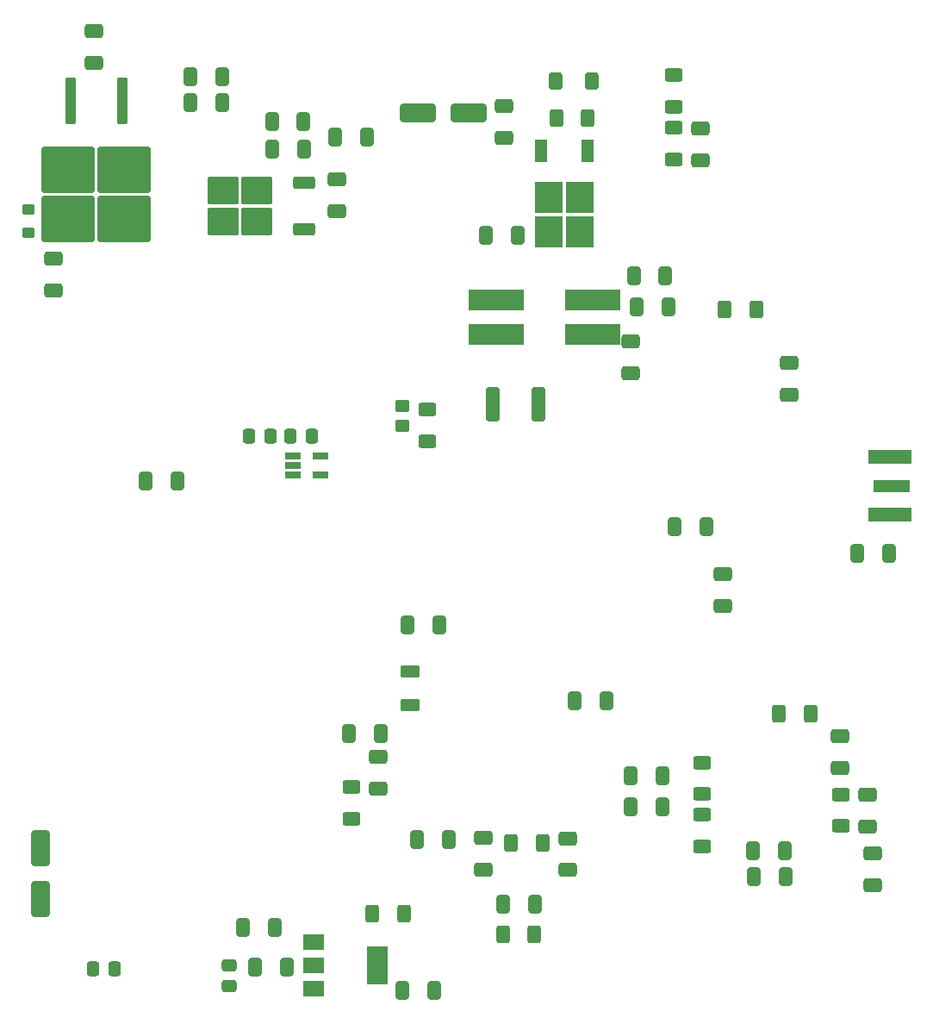
<source format=gbr>
%TF.GenerationSoftware,KiCad,Pcbnew,7.0.9-7.0.9~ubuntu22.04.1*%
%TF.CreationDate,2023-11-26T16:56:51+05:30*%
%TF.ProjectId,HF-PA-v10,48462d50-412d-4763-9130-2e6b69636164,rev?*%
%TF.SameCoordinates,Original*%
%TF.FileFunction,Paste,Top*%
%TF.FilePolarity,Positive*%
%FSLAX46Y46*%
G04 Gerber Fmt 4.6, Leading zero omitted, Abs format (unit mm)*
G04 Created by KiCad (PCBNEW 7.0.9-7.0.9~ubuntu22.04.1) date 2023-11-26 16:56:51*
%MOMM*%
%LPD*%
G01*
G04 APERTURE LIST*
G04 Aperture macros list*
%AMRoundRect*
0 Rectangle with rounded corners*
0 $1 Rounding radius*
0 $2 $3 $4 $5 $6 $7 $8 $9 X,Y pos of 4 corners*
0 Add a 4 corners polygon primitive as box body*
4,1,4,$2,$3,$4,$5,$6,$7,$8,$9,$2,$3,0*
0 Add four circle primitives for the rounded corners*
1,1,$1+$1,$2,$3*
1,1,$1+$1,$4,$5*
1,1,$1+$1,$6,$7*
1,1,$1+$1,$8,$9*
0 Add four rect primitives between the rounded corners*
20,1,$1+$1,$2,$3,$4,$5,0*
20,1,$1+$1,$4,$5,$6,$7,0*
20,1,$1+$1,$6,$7,$8,$9,0*
20,1,$1+$1,$8,$9,$2,$3,0*%
G04 Aperture macros list end*
%ADD10RoundRect,0.250000X-0.412500X-0.650000X0.412500X-0.650000X0.412500X0.650000X-0.412500X0.650000X0*%
%ADD11RoundRect,0.250000X0.650000X-0.412500X0.650000X0.412500X-0.650000X0.412500X-0.650000X-0.412500X0*%
%ADD12RoundRect,0.250000X-1.500000X-0.650000X1.500000X-0.650000X1.500000X0.650000X-1.500000X0.650000X0*%
%ADD13RoundRect,0.250000X0.337500X0.475000X-0.337500X0.475000X-0.337500X-0.475000X0.337500X-0.475000X0*%
%ADD14R,2.000000X1.500000*%
%ADD15R,2.000000X3.800000*%
%ADD16RoundRect,0.250000X0.625000X-0.400000X0.625000X0.400000X-0.625000X0.400000X-0.625000X-0.400000X0*%
%ADD17RoundRect,0.250000X0.412500X0.650000X-0.412500X0.650000X-0.412500X-0.650000X0.412500X-0.650000X0*%
%ADD18R,1.560000X0.650000*%
%ADD19R,3.600000X1.270000*%
%ADD20R,4.200000X1.350000*%
%ADD21RoundRect,0.250000X-0.650000X0.412500X-0.650000X-0.412500X0.650000X-0.412500X0.650000X0.412500X0*%
%ADD22RoundRect,0.250000X-0.625000X0.400000X-0.625000X-0.400000X0.625000X-0.400000X0.625000X0.400000X0*%
%ADD23RoundRect,0.250000X0.700000X-0.362500X0.700000X0.362500X-0.700000X0.362500X-0.700000X-0.362500X0*%
%ADD24R,2.750000X3.050000*%
%ADD25R,1.200000X2.200000*%
%ADD26RoundRect,0.250000X-0.400000X-0.600000X0.400000X-0.600000X0.400000X0.600000X-0.400000X0.600000X0*%
%ADD27RoundRect,0.250000X-0.337500X-0.475000X0.337500X-0.475000X0.337500X0.475000X-0.337500X0.475000X0*%
%ADD28RoundRect,0.250000X-0.300000X2.050000X-0.300000X-2.050000X0.300000X-2.050000X0.300000X2.050000X0*%
%ADD29RoundRect,0.250000X-2.375000X2.025000X-2.375000X-2.025000X2.375000X-2.025000X2.375000X2.025000X0*%
%ADD30RoundRect,0.250000X-0.400000X-0.625000X0.400000X-0.625000X0.400000X0.625000X-0.400000X0.625000X0*%
%ADD31R,5.500000X2.150000*%
%ADD32RoundRect,0.250000X0.400000X0.625000X-0.400000X0.625000X-0.400000X-0.625000X0.400000X-0.625000X0*%
%ADD33RoundRect,0.250000X0.475000X-0.337500X0.475000X0.337500X-0.475000X0.337500X-0.475000X-0.337500X0*%
%ADD34RoundRect,0.250000X0.850000X0.350000X-0.850000X0.350000X-0.850000X-0.350000X0.850000X-0.350000X0*%
%ADD35RoundRect,0.250000X1.275000X1.125000X-1.275000X1.125000X-1.275000X-1.125000X1.275000X-1.125000X0*%
%ADD36RoundRect,0.250000X0.350000X-0.275000X0.350000X0.275000X-0.350000X0.275000X-0.350000X-0.275000X0*%
%ADD37RoundRect,0.250000X-0.400000X-1.450000X0.400000X-1.450000X0.400000X1.450000X-0.400000X1.450000X0*%
%ADD38RoundRect,0.250000X0.450000X-0.350000X0.450000X0.350000X-0.450000X0.350000X-0.450000X-0.350000X0*%
%ADD39RoundRect,0.250000X0.650000X-1.500000X0.650000X1.500000X-0.650000X1.500000X-0.650000X-1.500000X0*%
G04 APERTURE END LIST*
D10*
%TO.C,C2*%
X155524200Y-72796400D03*
X158649200Y-72796400D03*
%TD*%
D11*
%TO.C,C7*%
X198790000Y-99352500D03*
X198790000Y-96227500D03*
%TD*%
D12*
%TO.C,D1*%
X177830000Y-73780000D03*
X182830000Y-73780000D03*
%TD*%
D13*
%TO.C,C21*%
X148040000Y-157890000D03*
X145965000Y-157890000D03*
%TD*%
D14*
%TO.C,U4*%
X167610000Y-155240000D03*
X167610000Y-157540000D03*
D15*
X173910000Y-157540000D03*
D14*
X167610000Y-159840000D03*
%TD*%
D16*
%TO.C,R2*%
X203015000Y-73167500D03*
X203015000Y-70067500D03*
%TD*%
D17*
%TO.C,C17*%
X187662500Y-85800000D03*
X184537500Y-85800000D03*
%TD*%
D18*
%TO.C,U2*%
X165571100Y-107492500D03*
X165571100Y-108442500D03*
X165571100Y-109392500D03*
X168271100Y-109392500D03*
X168271100Y-107492500D03*
%TD*%
D19*
%TO.C,RF_OUT1*%
X224460000Y-110415000D03*
D20*
X224260000Y-113240000D03*
X224260000Y-107590000D03*
%TD*%
D21*
%TO.C,C4*%
X205640000Y-75305000D03*
X205640000Y-78430000D03*
%TD*%
D22*
%TO.C,R1*%
X178790000Y-102910000D03*
X178790000Y-106010000D03*
%TD*%
D23*
%TO.C,L5*%
X177070000Y-131955000D03*
X177070000Y-128630000D03*
%TD*%
D11*
%TO.C,C14*%
X186309000Y-76277000D03*
X186309000Y-73152000D03*
%TD*%
D17*
%TO.C,C26*%
X179982500Y-124070000D03*
X176857500Y-124070000D03*
%TD*%
D24*
%TO.C,Q3*%
X193805000Y-82125000D03*
X190755000Y-82125000D03*
X193805000Y-85475000D03*
X190755000Y-85475000D03*
D25*
X194560000Y-77500000D03*
X190000000Y-77500000D03*
%TD*%
D17*
%TO.C,C30*%
X166652500Y-77350000D03*
X163527500Y-77350000D03*
%TD*%
D22*
%TO.C,R7*%
X171370000Y-140010000D03*
X171370000Y-143110000D03*
%TD*%
D11*
%TO.C,C40*%
X222086000Y-143898000D03*
X222086000Y-140773000D03*
%TD*%
D26*
%TO.C,D4*%
X191420000Y-70650000D03*
X194920000Y-70650000D03*
%TD*%
D11*
%TO.C,C9*%
X146050000Y-68872500D03*
X146050000Y-65747500D03*
%TD*%
D10*
%TO.C,C29*%
X177813500Y-145128000D03*
X180938500Y-145128000D03*
%TD*%
D17*
%TO.C,C39*%
X201932500Y-141930000D03*
X198807500Y-141930000D03*
%TD*%
D27*
%TO.C,C16*%
X165341100Y-105502500D03*
X167416100Y-105502500D03*
%TD*%
D10*
%TO.C,C42*%
X210811000Y-146233000D03*
X213936000Y-146233000D03*
%TD*%
D22*
%TO.C,R11*%
X205800000Y-142720000D03*
X205800000Y-145820000D03*
%TD*%
D17*
%TO.C,C20*%
X189332500Y-151520000D03*
X186207500Y-151520000D03*
%TD*%
%TO.C,C24*%
X166635000Y-74680000D03*
X163510000Y-74680000D03*
%TD*%
D11*
%TO.C,C13*%
X214390000Y-101442500D03*
X214390000Y-98317500D03*
%TD*%
D10*
%TO.C,C1*%
X155498800Y-70205600D03*
X158623800Y-70205600D03*
%TD*%
D16*
%TO.C,R10*%
X205810000Y-140696000D03*
X205810000Y-137596000D03*
%TD*%
D28*
%TO.C,U1*%
X148785000Y-72645000D03*
D29*
X149020000Y-79370000D03*
X143470000Y-79370000D03*
X149020000Y-84220000D03*
X143470000Y-84220000D03*
D28*
X143705000Y-72645000D03*
%TD*%
D16*
%TO.C,R9*%
X203015000Y-78367500D03*
X203015000Y-75267500D03*
%TD*%
D17*
%TO.C,C18*%
X172830000Y-76200000D03*
X169705000Y-76200000D03*
%TD*%
D30*
%TO.C,Rb1*%
X173410000Y-152480000D03*
X176510000Y-152480000D03*
%TD*%
D31*
%TO.C,T1*%
X185545000Y-92135000D03*
X185545000Y-95565000D03*
X195045000Y-95565000D03*
X195045000Y-92135000D03*
%TD*%
D21*
%TO.C,C37*%
X192620000Y-145047500D03*
X192620000Y-148172500D03*
%TD*%
D17*
%TO.C,C35*%
X174210000Y-134770000D03*
X171085000Y-134770000D03*
%TD*%
D11*
%TO.C,C32*%
X169880000Y-83472500D03*
X169880000Y-80347500D03*
%TD*%
D21*
%TO.C,C36*%
X184324000Y-145020000D03*
X184324000Y-148145000D03*
%TD*%
D10*
%TO.C,C46*%
X176355000Y-159990000D03*
X179480000Y-159990000D03*
%TD*%
%TO.C,C38*%
X198807500Y-138880000D03*
X201932500Y-138880000D03*
%TD*%
%TO.C,C3*%
X199367500Y-92880000D03*
X202492500Y-92880000D03*
%TD*%
D13*
%TO.C,C23*%
X163346100Y-105502500D03*
X161271100Y-105502500D03*
%TD*%
D32*
%TO.C,Rl1*%
X189330000Y-154480000D03*
X186230000Y-154480000D03*
%TD*%
D10*
%TO.C,C27*%
X160707500Y-153830000D03*
X163832500Y-153830000D03*
%TD*%
D11*
%TO.C,C41*%
X219376000Y-138122500D03*
X219376000Y-134997500D03*
%TD*%
D33*
%TO.C,C47*%
X159300000Y-159575000D03*
X159300000Y-157500000D03*
%TD*%
D10*
%TO.C,C6*%
X199067500Y-89820000D03*
X202192500Y-89820000D03*
%TD*%
D21*
%TO.C,C43*%
X222526000Y-146490000D03*
X222526000Y-149615000D03*
%TD*%
D10*
%TO.C,C19*%
X151121100Y-109967500D03*
X154246100Y-109967500D03*
%TD*%
%TO.C,C10*%
X203107500Y-114427000D03*
X206232500Y-114427000D03*
%TD*%
D21*
%TO.C,C31*%
X173990000Y-137047500D03*
X173990000Y-140172500D03*
%TD*%
D34*
%TO.C,U3*%
X166660000Y-85250000D03*
D35*
X162035000Y-84495000D03*
X162035000Y-81445000D03*
X158685000Y-84495000D03*
X158685000Y-81445000D03*
D34*
X166660000Y-80690000D03*
%TD*%
D36*
%TO.C,L4*%
X139580000Y-85600000D03*
X139580000Y-83300000D03*
%TD*%
D11*
%TO.C,C8*%
X142060000Y-91222500D03*
X142060000Y-88097500D03*
%TD*%
D32*
%TO.C,Rin1*%
X216434000Y-132768000D03*
X213334000Y-132768000D03*
%TD*%
D11*
%TO.C,C11*%
X207820000Y-122195000D03*
X207820000Y-119070000D03*
%TD*%
D37*
%TO.C,F1*%
X185240000Y-102410000D03*
X189690000Y-102410000D03*
%TD*%
D16*
%TO.C,Rf1*%
X219426000Y-143853000D03*
X219426000Y-140753000D03*
%TD*%
D17*
%TO.C,C28*%
X196402500Y-131504000D03*
X193277500Y-131504000D03*
%TD*%
%TO.C,C45*%
X164952500Y-157680000D03*
X161827500Y-157680000D03*
%TD*%
D38*
%TO.C,R12*%
X176320000Y-104550000D03*
X176320000Y-102550000D03*
%TD*%
D39*
%TO.C,D2*%
X140809082Y-150996187D03*
X140809082Y-145996187D03*
%TD*%
D30*
%TO.C,R8*%
X191450000Y-74300000D03*
X194550000Y-74300000D03*
%TD*%
D10*
%TO.C,C12*%
X221065000Y-117050000D03*
X224190000Y-117050000D03*
%TD*%
D32*
%TO.C,R4*%
X211125400Y-93065600D03*
X208025400Y-93065600D03*
%TD*%
D10*
%TO.C,C25*%
X210857500Y-148780000D03*
X213982500Y-148780000D03*
%TD*%
D30*
%TO.C,R6*%
X187014000Y-145496000D03*
X190114000Y-145496000D03*
%TD*%
M02*

</source>
